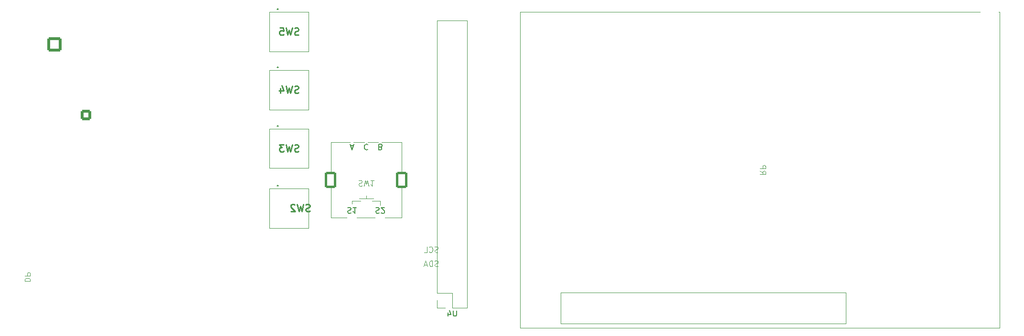
<source format=gbr>
%TF.GenerationSoftware,KiCad,Pcbnew,9.0.6*%
%TF.CreationDate,2025-11-10T19:23:00+01:00*%
%TF.ProjectId,BGA_Steuerung_4layer,4247415f-5374-4657-9565-72756e675f34,rev?*%
%TF.SameCoordinates,Original*%
%TF.FileFunction,Legend,Bot*%
%TF.FilePolarity,Positive*%
%FSLAX46Y46*%
G04 Gerber Fmt 4.6, Leading zero omitted, Abs format (unit mm)*
G04 Created by KiCad (PCBNEW 9.0.6) date 2025-11-10 19:23:00*
%MOMM*%
%LPD*%
G01*
G04 APERTURE LIST*
G04 Aperture macros list*
%AMRoundRect*
0 Rectangle with rounded corners*
0 $1 Rounding radius*
0 $2 $3 $4 $5 $6 $7 $8 $9 X,Y pos of 4 corners*
0 Add a 4 corners polygon primitive as box body*
4,1,4,$2,$3,$4,$5,$6,$7,$8,$9,$2,$3,0*
0 Add four circle primitives for the rounded corners*
1,1,$1+$1,$2,$3*
1,1,$1+$1,$4,$5*
1,1,$1+$1,$6,$7*
1,1,$1+$1,$8,$9*
0 Add four rect primitives between the rounded corners*
20,1,$1+$1,$2,$3,$4,$5,0*
20,1,$1+$1,$4,$5,$6,$7,0*
20,1,$1+$1,$6,$7,$8,$9,0*
20,1,$1+$1,$8,$9,$2,$3,0*%
G04 Aperture macros list end*
%ADD10C,0.125000*%
%ADD11C,0.254000*%
%ADD12C,0.100000*%
%ADD13C,0.150000*%
%ADD14C,0.200000*%
%ADD15C,0.120000*%
%ADD16C,1.500000*%
%ADD17R,1.500000X1.500000*%
%ADD18RoundRect,0.250000X-0.550000X-0.550000X0.550000X-0.550000X0.550000X0.550000X-0.550000X0.550000X0*%
%ADD19C,1.600000*%
%ADD20C,4.300000*%
%ADD21R,0.850000X0.850000*%
%ADD22RoundRect,0.250000X0.650000X-0.650000X0.650000X0.650000X-0.650000X0.650000X-0.650000X-0.650000X0*%
%ADD23C,1.800000*%
%ADD24RoundRect,0.650000X0.650000X-0.650000X0.650000X0.650000X-0.650000X0.650000X-0.650000X-0.650000X0*%
%ADD25C,2.600000*%
%ADD26RoundRect,0.250000X-0.550000X0.550000X-0.550000X-0.550000X0.550000X-0.550000X0.550000X0.550000X0*%
%ADD27R,1.800000X1.800000*%
%ADD28C,4.000000*%
%ADD29C,1.498600*%
%ADD30C,3.600000*%
%ADD31RoundRect,0.250000X0.550000X-0.550000X0.550000X0.550000X-0.550000X0.550000X-0.550000X-0.550000X0*%
%ADD32RoundRect,0.250000X0.650000X0.650000X-0.650000X0.650000X-0.650000X-0.650000X0.650000X-0.650000X0*%
%ADD33RoundRect,0.250000X1.000000X1.000000X-1.000000X1.000000X-1.000000X-1.000000X1.000000X-1.000000X0*%
%ADD34C,2.500000*%
%ADD35R,1.700000X1.700000*%
%ADD36C,1.700000*%
%ADD37C,1.300000*%
%ADD38RoundRect,0.200000X-0.800000X-1.250000X0.800000X-1.250000X0.800000X1.250000X-0.800000X1.250000X0*%
%ADD39C,6.000000*%
%ADD40C,8.000000*%
G04 APERTURE END LIST*
D10*
X166227287Y-126068500D02*
X166084430Y-126116119D01*
X166084430Y-126116119D02*
X165846335Y-126116119D01*
X165846335Y-126116119D02*
X165751097Y-126068500D01*
X165751097Y-126068500D02*
X165703478Y-126020880D01*
X165703478Y-126020880D02*
X165655859Y-125925642D01*
X165655859Y-125925642D02*
X165655859Y-125830404D01*
X165655859Y-125830404D02*
X165703478Y-125735166D01*
X165703478Y-125735166D02*
X165751097Y-125687547D01*
X165751097Y-125687547D02*
X165846335Y-125639928D01*
X165846335Y-125639928D02*
X166036811Y-125592309D01*
X166036811Y-125592309D02*
X166132049Y-125544690D01*
X166132049Y-125544690D02*
X166179668Y-125497071D01*
X166179668Y-125497071D02*
X166227287Y-125401833D01*
X166227287Y-125401833D02*
X166227287Y-125306595D01*
X166227287Y-125306595D02*
X166179668Y-125211357D01*
X166179668Y-125211357D02*
X166132049Y-125163738D01*
X166132049Y-125163738D02*
X166036811Y-125116119D01*
X166036811Y-125116119D02*
X165798716Y-125116119D01*
X165798716Y-125116119D02*
X165655859Y-125163738D01*
X164655859Y-126020880D02*
X164703478Y-126068500D01*
X164703478Y-126068500D02*
X164846335Y-126116119D01*
X164846335Y-126116119D02*
X164941573Y-126116119D01*
X164941573Y-126116119D02*
X165084430Y-126068500D01*
X165084430Y-126068500D02*
X165179668Y-125973261D01*
X165179668Y-125973261D02*
X165227287Y-125878023D01*
X165227287Y-125878023D02*
X165274906Y-125687547D01*
X165274906Y-125687547D02*
X165274906Y-125544690D01*
X165274906Y-125544690D02*
X165227287Y-125354214D01*
X165227287Y-125354214D02*
X165179668Y-125258976D01*
X165179668Y-125258976D02*
X165084430Y-125163738D01*
X165084430Y-125163738D02*
X164941573Y-125116119D01*
X164941573Y-125116119D02*
X164846335Y-125116119D01*
X164846335Y-125116119D02*
X164703478Y-125163738D01*
X164703478Y-125163738D02*
X164655859Y-125211357D01*
X163751097Y-126116119D02*
X164227287Y-126116119D01*
X164227287Y-126116119D02*
X164227287Y-125116119D01*
X166227287Y-128568500D02*
X166084430Y-128616119D01*
X166084430Y-128616119D02*
X165846335Y-128616119D01*
X165846335Y-128616119D02*
X165751097Y-128568500D01*
X165751097Y-128568500D02*
X165703478Y-128520880D01*
X165703478Y-128520880D02*
X165655859Y-128425642D01*
X165655859Y-128425642D02*
X165655859Y-128330404D01*
X165655859Y-128330404D02*
X165703478Y-128235166D01*
X165703478Y-128235166D02*
X165751097Y-128187547D01*
X165751097Y-128187547D02*
X165846335Y-128139928D01*
X165846335Y-128139928D02*
X166036811Y-128092309D01*
X166036811Y-128092309D02*
X166132049Y-128044690D01*
X166132049Y-128044690D02*
X166179668Y-127997071D01*
X166179668Y-127997071D02*
X166227287Y-127901833D01*
X166227287Y-127901833D02*
X166227287Y-127806595D01*
X166227287Y-127806595D02*
X166179668Y-127711357D01*
X166179668Y-127711357D02*
X166132049Y-127663738D01*
X166132049Y-127663738D02*
X166036811Y-127616119D01*
X166036811Y-127616119D02*
X165798716Y-127616119D01*
X165798716Y-127616119D02*
X165655859Y-127663738D01*
X165227287Y-128616119D02*
X165227287Y-127616119D01*
X165227287Y-127616119D02*
X164989192Y-127616119D01*
X164989192Y-127616119D02*
X164846335Y-127663738D01*
X164846335Y-127663738D02*
X164751097Y-127758976D01*
X164751097Y-127758976D02*
X164703478Y-127854214D01*
X164703478Y-127854214D02*
X164655859Y-128044690D01*
X164655859Y-128044690D02*
X164655859Y-128187547D01*
X164655859Y-128187547D02*
X164703478Y-128378023D01*
X164703478Y-128378023D02*
X164751097Y-128473261D01*
X164751097Y-128473261D02*
X164846335Y-128568500D01*
X164846335Y-128568500D02*
X164989192Y-128616119D01*
X164989192Y-128616119D02*
X165227287Y-128616119D01*
X164274906Y-128330404D02*
X163798716Y-128330404D01*
X164370144Y-128616119D02*
X164036811Y-127616119D01*
X164036811Y-127616119D02*
X163703478Y-128616119D01*
D11*
X141493333Y-87513842D02*
X141311904Y-87574318D01*
X141311904Y-87574318D02*
X141009523Y-87574318D01*
X141009523Y-87574318D02*
X140888571Y-87513842D01*
X140888571Y-87513842D02*
X140828095Y-87453365D01*
X140828095Y-87453365D02*
X140767618Y-87332413D01*
X140767618Y-87332413D02*
X140767618Y-87211461D01*
X140767618Y-87211461D02*
X140828095Y-87090508D01*
X140828095Y-87090508D02*
X140888571Y-87030032D01*
X140888571Y-87030032D02*
X141009523Y-86969556D01*
X141009523Y-86969556D02*
X141251428Y-86909080D01*
X141251428Y-86909080D02*
X141372380Y-86848603D01*
X141372380Y-86848603D02*
X141432857Y-86788127D01*
X141432857Y-86788127D02*
X141493333Y-86667175D01*
X141493333Y-86667175D02*
X141493333Y-86546222D01*
X141493333Y-86546222D02*
X141432857Y-86425270D01*
X141432857Y-86425270D02*
X141372380Y-86364794D01*
X141372380Y-86364794D02*
X141251428Y-86304318D01*
X141251428Y-86304318D02*
X140949047Y-86304318D01*
X140949047Y-86304318D02*
X140767618Y-86364794D01*
X140344285Y-86304318D02*
X140041904Y-87574318D01*
X140041904Y-87574318D02*
X139799999Y-86667175D01*
X139799999Y-86667175D02*
X139558094Y-87574318D01*
X139558094Y-87574318D02*
X139255714Y-86304318D01*
X138167142Y-86304318D02*
X138771904Y-86304318D01*
X138771904Y-86304318D02*
X138832380Y-86909080D01*
X138832380Y-86909080D02*
X138771904Y-86848603D01*
X138771904Y-86848603D02*
X138650951Y-86788127D01*
X138650951Y-86788127D02*
X138348570Y-86788127D01*
X138348570Y-86788127D02*
X138227618Y-86848603D01*
X138227618Y-86848603D02*
X138167142Y-86909080D01*
X138167142Y-86909080D02*
X138106665Y-87030032D01*
X138106665Y-87030032D02*
X138106665Y-87332413D01*
X138106665Y-87332413D02*
X138167142Y-87453365D01*
X138167142Y-87453365D02*
X138227618Y-87513842D01*
X138227618Y-87513842D02*
X138348570Y-87574318D01*
X138348570Y-87574318D02*
X138650951Y-87574318D01*
X138650951Y-87574318D02*
X138771904Y-87513842D01*
X138771904Y-87513842D02*
X138832380Y-87453365D01*
X143493333Y-118813842D02*
X143311904Y-118874318D01*
X143311904Y-118874318D02*
X143009523Y-118874318D01*
X143009523Y-118874318D02*
X142888571Y-118813842D01*
X142888571Y-118813842D02*
X142828095Y-118753365D01*
X142828095Y-118753365D02*
X142767618Y-118632413D01*
X142767618Y-118632413D02*
X142767618Y-118511461D01*
X142767618Y-118511461D02*
X142828095Y-118390508D01*
X142828095Y-118390508D02*
X142888571Y-118330032D01*
X142888571Y-118330032D02*
X143009523Y-118269556D01*
X143009523Y-118269556D02*
X143251428Y-118209080D01*
X143251428Y-118209080D02*
X143372380Y-118148603D01*
X143372380Y-118148603D02*
X143432857Y-118088127D01*
X143432857Y-118088127D02*
X143493333Y-117967175D01*
X143493333Y-117967175D02*
X143493333Y-117846222D01*
X143493333Y-117846222D02*
X143432857Y-117725270D01*
X143432857Y-117725270D02*
X143372380Y-117664794D01*
X143372380Y-117664794D02*
X143251428Y-117604318D01*
X143251428Y-117604318D02*
X142949047Y-117604318D01*
X142949047Y-117604318D02*
X142767618Y-117664794D01*
X142344285Y-117604318D02*
X142041904Y-118874318D01*
X142041904Y-118874318D02*
X141799999Y-117967175D01*
X141799999Y-117967175D02*
X141558094Y-118874318D01*
X141558094Y-118874318D02*
X141255714Y-117604318D01*
X140832380Y-117725270D02*
X140771904Y-117664794D01*
X140771904Y-117664794D02*
X140650951Y-117604318D01*
X140650951Y-117604318D02*
X140348570Y-117604318D01*
X140348570Y-117604318D02*
X140227618Y-117664794D01*
X140227618Y-117664794D02*
X140167142Y-117725270D01*
X140167142Y-117725270D02*
X140106665Y-117846222D01*
X140106665Y-117846222D02*
X140106665Y-117967175D01*
X140106665Y-117967175D02*
X140167142Y-118148603D01*
X140167142Y-118148603D02*
X140892856Y-118874318D01*
X140892856Y-118874318D02*
X140106665Y-118874318D01*
X141493333Y-108213842D02*
X141311904Y-108274318D01*
X141311904Y-108274318D02*
X141009523Y-108274318D01*
X141009523Y-108274318D02*
X140888571Y-108213842D01*
X140888571Y-108213842D02*
X140828095Y-108153365D01*
X140828095Y-108153365D02*
X140767618Y-108032413D01*
X140767618Y-108032413D02*
X140767618Y-107911461D01*
X140767618Y-107911461D02*
X140828095Y-107790508D01*
X140828095Y-107790508D02*
X140888571Y-107730032D01*
X140888571Y-107730032D02*
X141009523Y-107669556D01*
X141009523Y-107669556D02*
X141251428Y-107609080D01*
X141251428Y-107609080D02*
X141372380Y-107548603D01*
X141372380Y-107548603D02*
X141432857Y-107488127D01*
X141432857Y-107488127D02*
X141493333Y-107367175D01*
X141493333Y-107367175D02*
X141493333Y-107246222D01*
X141493333Y-107246222D02*
X141432857Y-107125270D01*
X141432857Y-107125270D02*
X141372380Y-107064794D01*
X141372380Y-107064794D02*
X141251428Y-107004318D01*
X141251428Y-107004318D02*
X140949047Y-107004318D01*
X140949047Y-107004318D02*
X140767618Y-107064794D01*
X140344285Y-107004318D02*
X140041904Y-108274318D01*
X140041904Y-108274318D02*
X139799999Y-107367175D01*
X139799999Y-107367175D02*
X139558094Y-108274318D01*
X139558094Y-108274318D02*
X139255714Y-107004318D01*
X138892856Y-107004318D02*
X138106665Y-107004318D01*
X138106665Y-107004318D02*
X138529999Y-107488127D01*
X138529999Y-107488127D02*
X138348570Y-107488127D01*
X138348570Y-107488127D02*
X138227618Y-107548603D01*
X138227618Y-107548603D02*
X138167142Y-107609080D01*
X138167142Y-107609080D02*
X138106665Y-107730032D01*
X138106665Y-107730032D02*
X138106665Y-108032413D01*
X138106665Y-108032413D02*
X138167142Y-108153365D01*
X138167142Y-108153365D02*
X138227618Y-108213842D01*
X138227618Y-108213842D02*
X138348570Y-108274318D01*
X138348570Y-108274318D02*
X138711427Y-108274318D01*
X138711427Y-108274318D02*
X138832380Y-108213842D01*
X138832380Y-108213842D02*
X138892856Y-108153365D01*
X141493333Y-97813842D02*
X141311904Y-97874318D01*
X141311904Y-97874318D02*
X141009523Y-97874318D01*
X141009523Y-97874318D02*
X140888571Y-97813842D01*
X140888571Y-97813842D02*
X140828095Y-97753365D01*
X140828095Y-97753365D02*
X140767618Y-97632413D01*
X140767618Y-97632413D02*
X140767618Y-97511461D01*
X140767618Y-97511461D02*
X140828095Y-97390508D01*
X140828095Y-97390508D02*
X140888571Y-97330032D01*
X140888571Y-97330032D02*
X141009523Y-97269556D01*
X141009523Y-97269556D02*
X141251428Y-97209080D01*
X141251428Y-97209080D02*
X141372380Y-97148603D01*
X141372380Y-97148603D02*
X141432857Y-97088127D01*
X141432857Y-97088127D02*
X141493333Y-96967175D01*
X141493333Y-96967175D02*
X141493333Y-96846222D01*
X141493333Y-96846222D02*
X141432857Y-96725270D01*
X141432857Y-96725270D02*
X141372380Y-96664794D01*
X141372380Y-96664794D02*
X141251428Y-96604318D01*
X141251428Y-96604318D02*
X140949047Y-96604318D01*
X140949047Y-96604318D02*
X140767618Y-96664794D01*
X140344285Y-96604318D02*
X140041904Y-97874318D01*
X140041904Y-97874318D02*
X139799999Y-96967175D01*
X139799999Y-96967175D02*
X139558094Y-97874318D01*
X139558094Y-97874318D02*
X139255714Y-96604318D01*
X138227618Y-97027651D02*
X138227618Y-97874318D01*
X138529999Y-96543842D02*
X138832380Y-97450984D01*
X138832380Y-97450984D02*
X138046189Y-97450984D01*
D12*
X152166667Y-113390200D02*
X152309524Y-113342580D01*
X152309524Y-113342580D02*
X152547619Y-113342580D01*
X152547619Y-113342580D02*
X152642857Y-113390200D01*
X152642857Y-113390200D02*
X152690476Y-113437819D01*
X152690476Y-113437819D02*
X152738095Y-113533057D01*
X152738095Y-113533057D02*
X152738095Y-113628295D01*
X152738095Y-113628295D02*
X152690476Y-113723533D01*
X152690476Y-113723533D02*
X152642857Y-113771152D01*
X152642857Y-113771152D02*
X152547619Y-113818771D01*
X152547619Y-113818771D02*
X152357143Y-113866390D01*
X152357143Y-113866390D02*
X152261905Y-113914009D01*
X152261905Y-113914009D02*
X152214286Y-113961628D01*
X152214286Y-113961628D02*
X152166667Y-114056866D01*
X152166667Y-114056866D02*
X152166667Y-114152104D01*
X152166667Y-114152104D02*
X152214286Y-114247342D01*
X152214286Y-114247342D02*
X152261905Y-114294961D01*
X152261905Y-114294961D02*
X152357143Y-114342580D01*
X152357143Y-114342580D02*
X152595238Y-114342580D01*
X152595238Y-114342580D02*
X152738095Y-114294961D01*
X153071429Y-114342580D02*
X153309524Y-113342580D01*
X153309524Y-113342580D02*
X153500000Y-114056866D01*
X153500000Y-114056866D02*
X153690476Y-113342580D01*
X153690476Y-113342580D02*
X153928572Y-114342580D01*
X154833333Y-113342580D02*
X154261905Y-113342580D01*
X154547619Y-113342580D02*
X154547619Y-114342580D01*
X154547619Y-114342580D02*
X154452381Y-114199723D01*
X154452381Y-114199723D02*
X154357143Y-114104485D01*
X154357143Y-114104485D02*
X154261905Y-114056866D01*
D13*
X153783207Y-107025419D02*
X153735588Y-106977800D01*
X153735588Y-106977800D02*
X153592731Y-106930180D01*
X153592731Y-106930180D02*
X153497493Y-106930180D01*
X153497493Y-106930180D02*
X153354636Y-106977800D01*
X153354636Y-106977800D02*
X153259398Y-107073038D01*
X153259398Y-107073038D02*
X153211779Y-107168276D01*
X153211779Y-107168276D02*
X153164160Y-107358752D01*
X153164160Y-107358752D02*
X153164160Y-107501609D01*
X153164160Y-107501609D02*
X153211779Y-107692085D01*
X153211779Y-107692085D02*
X153259398Y-107787323D01*
X153259398Y-107787323D02*
X153354636Y-107882561D01*
X153354636Y-107882561D02*
X153497493Y-107930180D01*
X153497493Y-107930180D02*
X153592731Y-107930180D01*
X153592731Y-107930180D02*
X153735588Y-107882561D01*
X153735588Y-107882561D02*
X153783207Y-107834942D01*
X156045112Y-107453990D02*
X156187969Y-107406371D01*
X156187969Y-107406371D02*
X156235588Y-107358752D01*
X156235588Y-107358752D02*
X156283207Y-107263514D01*
X156283207Y-107263514D02*
X156283207Y-107120657D01*
X156283207Y-107120657D02*
X156235588Y-107025419D01*
X156235588Y-107025419D02*
X156187969Y-106977800D01*
X156187969Y-106977800D02*
X156092731Y-106930180D01*
X156092731Y-106930180D02*
X155711779Y-106930180D01*
X155711779Y-106930180D02*
X155711779Y-107930180D01*
X155711779Y-107930180D02*
X156045112Y-107930180D01*
X156045112Y-107930180D02*
X156140350Y-107882561D01*
X156140350Y-107882561D02*
X156187969Y-107834942D01*
X156187969Y-107834942D02*
X156235588Y-107739704D01*
X156235588Y-107739704D02*
X156235588Y-107644466D01*
X156235588Y-107644466D02*
X156187969Y-107549228D01*
X156187969Y-107549228D02*
X156140350Y-107501609D01*
X156140350Y-107501609D02*
X156045112Y-107453990D01*
X156045112Y-107453990D02*
X155711779Y-107453990D01*
X155211779Y-118227800D02*
X155354636Y-118180180D01*
X155354636Y-118180180D02*
X155592731Y-118180180D01*
X155592731Y-118180180D02*
X155687969Y-118227800D01*
X155687969Y-118227800D02*
X155735588Y-118275419D01*
X155735588Y-118275419D02*
X155783207Y-118370657D01*
X155783207Y-118370657D02*
X155783207Y-118465895D01*
X155783207Y-118465895D02*
X155735588Y-118561133D01*
X155735588Y-118561133D02*
X155687969Y-118608752D01*
X155687969Y-118608752D02*
X155592731Y-118656371D01*
X155592731Y-118656371D02*
X155402255Y-118703990D01*
X155402255Y-118703990D02*
X155307017Y-118751609D01*
X155307017Y-118751609D02*
X155259398Y-118799228D01*
X155259398Y-118799228D02*
X155211779Y-118894466D01*
X155211779Y-118894466D02*
X155211779Y-118989704D01*
X155211779Y-118989704D02*
X155259398Y-119084942D01*
X155259398Y-119084942D02*
X155307017Y-119132561D01*
X155307017Y-119132561D02*
X155402255Y-119180180D01*
X155402255Y-119180180D02*
X155640350Y-119180180D01*
X155640350Y-119180180D02*
X155783207Y-119132561D01*
X156164160Y-119084942D02*
X156211779Y-119132561D01*
X156211779Y-119132561D02*
X156307017Y-119180180D01*
X156307017Y-119180180D02*
X156545112Y-119180180D01*
X156545112Y-119180180D02*
X156640350Y-119132561D01*
X156640350Y-119132561D02*
X156687969Y-119084942D01*
X156687969Y-119084942D02*
X156735588Y-118989704D01*
X156735588Y-118989704D02*
X156735588Y-118894466D01*
X156735588Y-118894466D02*
X156687969Y-118751609D01*
X156687969Y-118751609D02*
X156116541Y-118180180D01*
X156116541Y-118180180D02*
X156735588Y-118180180D01*
X150211779Y-118227800D02*
X150354636Y-118180180D01*
X150354636Y-118180180D02*
X150592731Y-118180180D01*
X150592731Y-118180180D02*
X150687969Y-118227800D01*
X150687969Y-118227800D02*
X150735588Y-118275419D01*
X150735588Y-118275419D02*
X150783207Y-118370657D01*
X150783207Y-118370657D02*
X150783207Y-118465895D01*
X150783207Y-118465895D02*
X150735588Y-118561133D01*
X150735588Y-118561133D02*
X150687969Y-118608752D01*
X150687969Y-118608752D02*
X150592731Y-118656371D01*
X150592731Y-118656371D02*
X150402255Y-118703990D01*
X150402255Y-118703990D02*
X150307017Y-118751609D01*
X150307017Y-118751609D02*
X150259398Y-118799228D01*
X150259398Y-118799228D02*
X150211779Y-118894466D01*
X150211779Y-118894466D02*
X150211779Y-118989704D01*
X150211779Y-118989704D02*
X150259398Y-119084942D01*
X150259398Y-119084942D02*
X150307017Y-119132561D01*
X150307017Y-119132561D02*
X150402255Y-119180180D01*
X150402255Y-119180180D02*
X150640350Y-119180180D01*
X150640350Y-119180180D02*
X150783207Y-119132561D01*
X151735588Y-118180180D02*
X151164160Y-118180180D01*
X151449874Y-118180180D02*
X151449874Y-119180180D01*
X151449874Y-119180180D02*
X151354636Y-119037323D01*
X151354636Y-119037323D02*
X151259398Y-118942085D01*
X151259398Y-118942085D02*
X151164160Y-118894466D01*
X150735589Y-107215895D02*
X151211779Y-107215895D01*
X150640351Y-106930180D02*
X150973684Y-107930180D01*
X150973684Y-107930180D02*
X151307017Y-106930180D01*
D12*
X223292580Y-111690476D02*
X223768771Y-112023809D01*
X223292580Y-112261904D02*
X224292580Y-112261904D01*
X224292580Y-112261904D02*
X224292580Y-111880952D01*
X224292580Y-111880952D02*
X224244961Y-111785714D01*
X224244961Y-111785714D02*
X224197342Y-111738095D01*
X224197342Y-111738095D02*
X224102104Y-111690476D01*
X224102104Y-111690476D02*
X223959247Y-111690476D01*
X223959247Y-111690476D02*
X223864009Y-111738095D01*
X223864009Y-111738095D02*
X223816390Y-111785714D01*
X223816390Y-111785714D02*
X223768771Y-111880952D01*
X223768771Y-111880952D02*
X223768771Y-112261904D01*
X223292580Y-111261904D02*
X224292580Y-111261904D01*
X224292580Y-111261904D02*
X224292580Y-110880952D01*
X224292580Y-110880952D02*
X224244961Y-110785714D01*
X224244961Y-110785714D02*
X224197342Y-110738095D01*
X224197342Y-110738095D02*
X224102104Y-110690476D01*
X224102104Y-110690476D02*
X223959247Y-110690476D01*
X223959247Y-110690476D02*
X223864009Y-110738095D01*
X223864009Y-110738095D02*
X223816390Y-110785714D01*
X223816390Y-110785714D02*
X223768771Y-110880952D01*
X223768771Y-110880952D02*
X223768771Y-111261904D01*
D13*
X169491904Y-136454819D02*
X169491904Y-137264342D01*
X169491904Y-137264342D02*
X169444285Y-137359580D01*
X169444285Y-137359580D02*
X169396666Y-137407200D01*
X169396666Y-137407200D02*
X169301428Y-137454819D01*
X169301428Y-137454819D02*
X169110952Y-137454819D01*
X169110952Y-137454819D02*
X169015714Y-137407200D01*
X169015714Y-137407200D02*
X168968095Y-137359580D01*
X168968095Y-137359580D02*
X168920476Y-137264342D01*
X168920476Y-137264342D02*
X168920476Y-136454819D01*
X168015714Y-136788152D02*
X168015714Y-137454819D01*
X168253809Y-136407200D02*
X168491904Y-137121485D01*
X168491904Y-137121485D02*
X167872857Y-137121485D01*
D12*
X92942580Y-131261904D02*
X93942580Y-131261904D01*
X93942580Y-131261904D02*
X93942580Y-131023809D01*
X93942580Y-131023809D02*
X93894961Y-130880952D01*
X93894961Y-130880952D02*
X93799723Y-130785714D01*
X93799723Y-130785714D02*
X93704485Y-130738095D01*
X93704485Y-130738095D02*
X93514009Y-130690476D01*
X93514009Y-130690476D02*
X93371152Y-130690476D01*
X93371152Y-130690476D02*
X93180676Y-130738095D01*
X93180676Y-130738095D02*
X93085438Y-130785714D01*
X93085438Y-130785714D02*
X92990200Y-130880952D01*
X92990200Y-130880952D02*
X92942580Y-131023809D01*
X92942580Y-131023809D02*
X92942580Y-131261904D01*
X92942580Y-130261904D02*
X93942580Y-130261904D01*
X93942580Y-130261904D02*
X93942580Y-129880952D01*
X93942580Y-129880952D02*
X93894961Y-129785714D01*
X93894961Y-129785714D02*
X93847342Y-129738095D01*
X93847342Y-129738095D02*
X93752104Y-129690476D01*
X93752104Y-129690476D02*
X93609247Y-129690476D01*
X93609247Y-129690476D02*
X93514009Y-129738095D01*
X93514009Y-129738095D02*
X93466390Y-129785714D01*
X93466390Y-129785714D02*
X93418771Y-129880952D01*
X93418771Y-129880952D02*
X93418771Y-130261904D01*
%TO.C,SW5*%
X136300000Y-83500000D02*
X136300000Y-90500000D01*
X136300000Y-90500000D02*
X143300000Y-90500000D01*
D14*
X137700000Y-83000000D02*
X137700000Y-83000000D01*
X137900000Y-83000000D02*
X137900000Y-83000000D01*
D12*
X143300000Y-83500000D02*
X136300000Y-83500000D01*
X143300000Y-90500000D02*
X143300000Y-83500000D01*
D14*
X137700000Y-83000000D02*
G75*
G02*
X137900000Y-83000000I100000J0D01*
G01*
X137900000Y-83000000D02*
G75*
G02*
X137700000Y-83000000I-100000J0D01*
G01*
D12*
%TO.C,SW2*%
X136300000Y-114800000D02*
X136300000Y-121800000D01*
X136300000Y-121800000D02*
X143300000Y-121800000D01*
D14*
X137700000Y-114300000D02*
X137700000Y-114300000D01*
X137900000Y-114300000D02*
X137900000Y-114300000D01*
D12*
X143300000Y-114800000D02*
X136300000Y-114800000D01*
X143300000Y-121800000D02*
X143300000Y-114800000D01*
D14*
X137700000Y-114300000D02*
G75*
G02*
X137900000Y-114300000I100000J0D01*
G01*
X137900000Y-114300000D02*
G75*
G02*
X137700000Y-114300000I-100000J0D01*
G01*
D12*
%TO.C,SW3*%
X136300000Y-104200000D02*
X136300000Y-111200000D01*
X136300000Y-111200000D02*
X143300000Y-111200000D01*
D14*
X137700000Y-103700000D02*
X137700000Y-103700000D01*
X137900000Y-103700000D02*
X137900000Y-103700000D01*
D12*
X143300000Y-104200000D02*
X136300000Y-104200000D01*
X143300000Y-111200000D02*
X143300000Y-104200000D01*
D14*
X137700000Y-103700000D02*
G75*
G02*
X137900000Y-103700000I100000J0D01*
G01*
X137900000Y-103700000D02*
G75*
G02*
X137700000Y-103700000I-100000J0D01*
G01*
D12*
%TO.C,SW4*%
X136300000Y-93800000D02*
X136300000Y-100800000D01*
X136300000Y-100800000D02*
X143300000Y-100800000D01*
D14*
X137700000Y-93300000D02*
X137700000Y-93300000D01*
X137900000Y-93300000D02*
X137900000Y-93300000D01*
D12*
X143300000Y-93800000D02*
X136300000Y-93800000D01*
X143300000Y-100800000D02*
X143300000Y-93800000D01*
D14*
X137700000Y-93300000D02*
G75*
G02*
X137900000Y-93300000I100000J0D01*
G01*
X137900000Y-93300000D02*
G75*
G02*
X137700000Y-93300000I-100000J0D01*
G01*
D12*
%TO.C,SW1*%
X151000000Y-117050000D02*
X152500000Y-117050000D01*
X151000000Y-117550000D02*
X151000000Y-117050000D01*
X152250000Y-116550000D02*
X154750000Y-116550000D01*
X153500000Y-116550000D02*
X153500000Y-116050000D01*
X154500000Y-117050000D02*
X156000000Y-117050000D01*
X156000000Y-117050000D02*
X156000000Y-117800000D01*
X147250000Y-120000000D02*
X159750000Y-120000000D01*
X159750000Y-106600000D01*
X147250000Y-106600000D01*
X147250000Y-120000000D01*
%TO.C,RP*%
X238500000Y-138750000D02*
X188000000Y-138750000D01*
X188000000Y-133250000D01*
X238500000Y-133250000D01*
X238500000Y-138750000D01*
X265750000Y-139500000D02*
X180750000Y-139500000D01*
X180750000Y-83500000D01*
X265750000Y-83500000D01*
X265750000Y-139500000D01*
D15*
%TO.C,U4*%
X166080000Y-84980000D02*
X171380000Y-84980000D01*
X166080000Y-133350000D02*
X166080000Y-84980000D01*
X166080000Y-133350000D02*
X168730000Y-133350000D01*
X166080000Y-134620000D02*
X166080000Y-136000000D01*
X166080000Y-136000000D02*
X167460000Y-136000000D01*
X168730000Y-133350000D02*
X168730000Y-136000000D01*
X168730000Y-136000000D02*
X171380000Y-136000000D01*
X171380000Y-136000000D02*
X171380000Y-84980000D01*
%TD*%
%LPC*%
D16*
%TO.C,J5*%
X58250000Y-260500000D03*
X60750000Y-265500000D03*
X63250000Y-260500000D03*
X65750000Y-265500000D03*
X68250000Y-260500000D03*
X70750000Y-265500000D03*
X73250000Y-260500000D03*
X75750000Y-265500000D03*
X78250000Y-260500000D03*
X80750000Y-265500000D03*
X83250000Y-260500000D03*
X85750000Y-265500000D03*
X88250000Y-260500000D03*
X90750000Y-265500000D03*
X93250000Y-260500000D03*
X95750000Y-265500000D03*
X98250000Y-260500000D03*
X100750000Y-265500000D03*
X103250000Y-260500000D03*
X105750000Y-265500000D03*
X108250000Y-260500000D03*
X110750000Y-265500000D03*
X113250000Y-260500000D03*
X115750000Y-265500000D03*
%TD*%
%TO.C,Q5*%
X140125000Y-167100557D03*
X140125000Y-164560557D03*
D17*
X140125000Y-162020557D03*
%TD*%
D16*
%TO.C,Q2*%
X191790714Y-166927744D03*
X191790714Y-164387744D03*
D17*
X191790714Y-161847744D03*
%TD*%
D16*
%TO.C,Q13*%
X217130000Y-225500000D03*
X217130000Y-222960000D03*
D17*
X217130000Y-220420000D03*
%TD*%
D18*
%TO.C,U28*%
X71945000Y-249710000D03*
D19*
X71945000Y-252250000D03*
X71945000Y-254790000D03*
X79565000Y-254790000D03*
X79565000Y-252250000D03*
X79565000Y-249710000D03*
%TD*%
D20*
%TO.C,REF\u002A\u002A*%
X38000000Y-274000000D03*
%TD*%
D16*
%TO.C,Q14*%
X191870000Y-225646837D03*
X191870000Y-223106837D03*
D17*
X191870000Y-220566837D03*
%TD*%
D21*
%TO.C,J20*%
X155000000Y-211100000D03*
%TD*%
D22*
%TO.C,D2*%
X80750000Y-134000000D03*
D23*
X80750000Y-121300000D03*
%TD*%
D24*
%TO.C,REF\u002A\u002A*%
X243400000Y-248000000D03*
D25*
X243400000Y-242920000D03*
%TD*%
D18*
%TO.C,U8*%
X211445000Y-249960000D03*
D19*
X211445000Y-252500000D03*
X211445000Y-255040000D03*
X219065000Y-255040000D03*
X219065000Y-252500000D03*
X219065000Y-249960000D03*
%TD*%
D17*
%TO.C,J6*%
X256000000Y-211250000D03*
D16*
X256000000Y-208750000D03*
X256000000Y-206250000D03*
X256000000Y-203750000D03*
X256000000Y-201250000D03*
X256000000Y-198750000D03*
X256000000Y-196250000D03*
X256000000Y-193750000D03*
X256000000Y-191250000D03*
X256000000Y-188750000D03*
X256000000Y-186250000D03*
X256000000Y-183750000D03*
X256000000Y-181250000D03*
X256000000Y-178750000D03*
X256000000Y-176250000D03*
X256000000Y-173750000D03*
%TD*%
D26*
%TO.C,D44*%
X221630000Y-220400000D03*
D19*
X221630000Y-228020000D03*
%TD*%
D16*
%TO.C,Q11*%
X217130000Y-195986326D03*
X217130000Y-193446326D03*
D17*
X217130000Y-190906326D03*
%TD*%
D18*
%TO.C,U9*%
X232130000Y-238460000D03*
D19*
X232130000Y-241000000D03*
X232130000Y-243540000D03*
X239750000Y-243540000D03*
X239750000Y-241000000D03*
X239750000Y-238460000D03*
%TD*%
D18*
%TO.C,U25*%
X94445000Y-238460000D03*
D19*
X94445000Y-241000000D03*
X94445000Y-243540000D03*
X102065000Y-243540000D03*
X102065000Y-241000000D03*
X102065000Y-238460000D03*
%TD*%
D27*
%TO.C,J22*%
X102800000Y-217800000D03*
D23*
X97800000Y-217800000D03*
%TD*%
D28*
%TO.C,HS1*%
X118700000Y-107250000D03*
X93300000Y-107250000D03*
%TD*%
D21*
%TO.C,J19*%
X133220000Y-211100000D03*
%TD*%
D29*
%TO.C,K7*%
X157860000Y-178534441D03*
X155320000Y-178534441D03*
X147700000Y-178534441D03*
X147700000Y-183614441D03*
X155320000Y-183614441D03*
X157860000Y-183614441D03*
%TD*%
D16*
%TO.C,J15*%
X45200000Y-212470000D03*
X50200000Y-210000000D03*
%TD*%
%TO.C,Q15*%
X217130000Y-210743163D03*
X217130000Y-208203163D03*
D17*
X217130000Y-205663163D03*
%TD*%
D18*
%TO.C,U5*%
X170630000Y-209970000D03*
D19*
X170630000Y-212510000D03*
X170630000Y-215050000D03*
X170630000Y-217590000D03*
X170630000Y-220130000D03*
X170630000Y-222670000D03*
X170630000Y-225210000D03*
X170630000Y-227750000D03*
X178250000Y-227750000D03*
X178250000Y-225210000D03*
X178250000Y-222670000D03*
X178250000Y-220130000D03*
X178250000Y-217590000D03*
X178250000Y-215050000D03*
X178250000Y-212510000D03*
X178250000Y-209970000D03*
%TD*%
D18*
%TO.C,U11*%
X196445000Y-249960000D03*
D19*
X196445000Y-252500000D03*
X196445000Y-255040000D03*
X204065000Y-255040000D03*
X204065000Y-252500000D03*
X204065000Y-249960000D03*
%TD*%
D16*
%TO.C,J14*%
X45200000Y-223470000D03*
X50200000Y-221000000D03*
%TD*%
D26*
%TO.C,D36*%
X144625000Y-161960557D03*
D19*
X144625000Y-169580557D03*
%TD*%
D27*
%TO.C,U3*%
X102350000Y-116200000D03*
D23*
X104050000Y-112500000D03*
X105750000Y-116200000D03*
X107450000Y-112500000D03*
X109150000Y-116200000D03*
%TD*%
D30*
%TO.C,REF\u002A\u002A*%
X83000000Y-220900000D03*
%TD*%
D26*
%TO.C,D35*%
X170375000Y-147727581D03*
D19*
X170375000Y-155347581D03*
%TD*%
D29*
%TO.C,K12*%
X209800000Y-193053999D03*
X207260000Y-193053999D03*
X199640000Y-193053999D03*
X199640000Y-198133999D03*
X207260000Y-198133999D03*
X209800000Y-198133999D03*
%TD*%
D21*
%TO.C,J21*%
X159600000Y-211100000D03*
%TD*%
D16*
%TO.C,J13*%
X45200000Y-234470000D03*
X50200000Y-232000000D03*
%TD*%
D18*
%TO.C,U19*%
X136695000Y-249710000D03*
D19*
X136695000Y-252250000D03*
X136695000Y-254790000D03*
X144315000Y-254790000D03*
X144315000Y-252250000D03*
X144315000Y-249710000D03*
%TD*%
D29*
%TO.C,K13*%
X235260000Y-207269813D03*
X232720000Y-207269813D03*
X225100000Y-207269813D03*
X225100000Y-212349813D03*
X232720000Y-212349813D03*
X235260000Y-212349813D03*
%TD*%
D16*
%TO.C,Q9*%
X217130000Y-181229489D03*
X217130000Y-178689489D03*
D17*
X217130000Y-176149489D03*
%TD*%
D26*
%TO.C,D40*%
X221630000Y-176129489D03*
D19*
X221630000Y-183749489D03*
%TD*%
D16*
%TO.C,J16*%
X45200000Y-201470000D03*
X50200000Y-199000000D03*
%TD*%
D29*
%TO.C,K2*%
X209760000Y-149681394D03*
X207220000Y-149681394D03*
X199600000Y-149681394D03*
X199600000Y-154761394D03*
X207220000Y-154761394D03*
X209760000Y-154761394D03*
%TD*%
D18*
%TO.C,U31*%
X109695000Y-209860000D03*
D19*
X109695000Y-212400000D03*
X109695000Y-214940000D03*
X109695000Y-217480000D03*
X109695000Y-220020000D03*
X109695000Y-222560000D03*
X109695000Y-225100000D03*
X109695000Y-227640000D03*
X117315000Y-227640000D03*
X117315000Y-225100000D03*
X117315000Y-222560000D03*
X117315000Y-220020000D03*
X117315000Y-217480000D03*
X117315000Y-214940000D03*
X117315000Y-212400000D03*
X117315000Y-209860000D03*
%TD*%
D21*
%TO.C,J18*%
X124400000Y-211100000D03*
%TD*%
D28*
%TO.C,HS2*%
X62950000Y-139000000D03*
X37550000Y-139000000D03*
%TD*%
D18*
%TO.C,U12*%
X188945000Y-238460000D03*
D19*
X188945000Y-241000000D03*
X188945000Y-243540000D03*
X196565000Y-243540000D03*
X196565000Y-241000000D03*
X196565000Y-238460000D03*
%TD*%
D31*
%TO.C,U33*%
X163860000Y-196805000D03*
D19*
X166400000Y-196805000D03*
X168940000Y-196805000D03*
X171480000Y-196805000D03*
X174020000Y-196805000D03*
X176560000Y-196805000D03*
X179100000Y-196805000D03*
X181640000Y-196805000D03*
X181640000Y-189185000D03*
X179100000Y-189185000D03*
X176560000Y-189185000D03*
X174020000Y-189185000D03*
X171480000Y-189185000D03*
X168940000Y-189185000D03*
X166400000Y-189185000D03*
X163860000Y-189185000D03*
%TD*%
D16*
%TO.C,Q4*%
X165875000Y-152907581D03*
X165875000Y-150367581D03*
D17*
X165875000Y-147827581D03*
%TD*%
D20*
%TO.C,REF\u002A\u002A*%
X264000000Y-274000000D03*
%TD*%
D26*
%TO.C,D33*%
X196400714Y-161827744D03*
D19*
X196400714Y-169447744D03*
%TD*%
D26*
%TO.C,D34*%
X144505000Y-147727581D03*
D19*
X144505000Y-155347581D03*
%TD*%
D29*
%TO.C,K10*%
X210000000Y-178297162D03*
X207460000Y-178297162D03*
X199840000Y-178297162D03*
X199840000Y-183377162D03*
X207460000Y-183377162D03*
X210000000Y-183377162D03*
%TD*%
%TO.C,K9*%
X235100000Y-177756139D03*
X232560000Y-177756139D03*
X224940000Y-177756139D03*
X224940000Y-182836139D03*
X232560000Y-182836139D03*
X235100000Y-182836139D03*
%TD*%
D26*
%TO.C,D37*%
X170375000Y-161960558D03*
D19*
X170375000Y-169580558D03*
%TD*%
D20*
%TO.C,REF\u002A\u002A*%
X38000000Y-82000000D03*
%TD*%
D26*
%TO.C,D46*%
X221630000Y-205643163D03*
D19*
X221630000Y-213263163D03*
%TD*%
D31*
%TO.C,U44*%
X80860000Y-201805000D03*
D19*
X83400000Y-201805000D03*
X85940000Y-201805000D03*
X88480000Y-201805000D03*
X91020000Y-201805000D03*
X93560000Y-201805000D03*
X96100000Y-201805000D03*
X98640000Y-201805000D03*
X98640000Y-194185000D03*
X96100000Y-194185000D03*
X93560000Y-194185000D03*
X91020000Y-194185000D03*
X88480000Y-194185000D03*
X85940000Y-194185000D03*
X83400000Y-194185000D03*
X80860000Y-194185000D03*
%TD*%
D18*
%TO.C,U6*%
X226565000Y-249960000D03*
D19*
X226565000Y-252500000D03*
X226565000Y-255040000D03*
X234185000Y-255040000D03*
X234185000Y-252500000D03*
X234185000Y-249960000D03*
%TD*%
D24*
%TO.C,REF\u002A\u002A*%
X71300000Y-178280000D03*
D25*
X71300000Y-173200000D03*
%TD*%
D22*
%TO.C,D3*%
X48000000Y-132950000D03*
D23*
X48000000Y-120250000D03*
%TD*%
D27*
%TO.C,U2*%
X79145807Y-147900000D03*
D23*
X80845807Y-144200000D03*
X82545807Y-147900000D03*
X84245807Y-144200000D03*
X85945807Y-147900000D03*
%TD*%
D24*
%TO.C,REF\u002A\u002A*%
X165500000Y-216180000D03*
D25*
X165500000Y-211100000D03*
%TD*%
D16*
%TO.C,Q12*%
X191894286Y-196527349D03*
X191894286Y-193987349D03*
D17*
X191894286Y-191447349D03*
%TD*%
D21*
%TO.C,J23*%
X96090000Y-211100000D03*
%TD*%
D26*
%TO.C,D43*%
X196394286Y-191427349D03*
D19*
X196394286Y-199047349D03*
%TD*%
D29*
%TO.C,K3*%
X158000000Y-149354231D03*
X155460000Y-149354231D03*
X147840000Y-149354231D03*
X147840000Y-154434231D03*
X155460000Y-154434231D03*
X158000000Y-154434231D03*
%TD*%
D18*
%TO.C,U18*%
X144195000Y-238460000D03*
D19*
X144195000Y-241000000D03*
X144195000Y-243540000D03*
X151815000Y-243540000D03*
X151815000Y-241000000D03*
X151815000Y-238460000D03*
%TD*%
D26*
%TO.C,D41*%
X196370000Y-176670512D03*
D19*
X196370000Y-184290512D03*
%TD*%
D16*
%TO.C,Q7*%
X139875000Y-182007791D03*
X139875000Y-179467791D03*
D17*
X139875000Y-176927791D03*
%TD*%
D31*
%TO.C,U34*%
X108880000Y-201805000D03*
D19*
X111420000Y-201805000D03*
X113960000Y-201805000D03*
X116500000Y-201805000D03*
X119040000Y-201805000D03*
X121580000Y-201805000D03*
X124120000Y-201805000D03*
X126660000Y-201805000D03*
X126660000Y-194185000D03*
X124120000Y-194185000D03*
X121580000Y-194185000D03*
X119040000Y-194185000D03*
X116500000Y-194185000D03*
X113960000Y-194185000D03*
X111420000Y-194185000D03*
X108880000Y-194185000D03*
%TD*%
D26*
%TO.C,D38*%
X144375000Y-176907791D03*
D19*
X144375000Y-184527791D03*
%TD*%
D18*
%TO.C,U21*%
X121695000Y-249710000D03*
D19*
X121695000Y-252250000D03*
X121695000Y-254790000D03*
X129315000Y-254790000D03*
X129315000Y-252250000D03*
X129315000Y-249710000D03*
%TD*%
D29*
%TO.C,K11*%
X235060000Y-192512976D03*
X232520000Y-192512976D03*
X224900000Y-192512976D03*
X224900000Y-197592976D03*
X232520000Y-197592976D03*
X235060000Y-197592976D03*
%TD*%
%TO.C,K1*%
X210040000Y-163454394D03*
X207500000Y-163454394D03*
X199880000Y-163454394D03*
X199880000Y-168534394D03*
X207500000Y-168534394D03*
X210040000Y-168534394D03*
%TD*%
D16*
%TO.C,Q8*%
X165625000Y-182047790D03*
X165625000Y-179507790D03*
D17*
X165625000Y-176967790D03*
%TD*%
D18*
%TO.C,U14*%
X174195000Y-238460000D03*
D19*
X174195000Y-241000000D03*
X174195000Y-243540000D03*
X181815000Y-243540000D03*
X181815000Y-241000000D03*
X181815000Y-238460000D03*
%TD*%
D18*
%TO.C,U16*%
X159195000Y-238460000D03*
D19*
X159195000Y-241000000D03*
X159195000Y-243540000D03*
X166815000Y-243540000D03*
X166815000Y-241000000D03*
X166815000Y-238460000D03*
%TD*%
D32*
%TO.C,D6*%
X103850000Y-101750000D03*
D23*
X91150000Y-101750000D03*
%TD*%
D16*
%TO.C,J3*%
X187750000Y-260500000D03*
X190250000Y-265500000D03*
X192750000Y-260500000D03*
X195250000Y-265500000D03*
X197750000Y-260500000D03*
X200250000Y-265500000D03*
X202750000Y-260500000D03*
X205250000Y-265500000D03*
X207750000Y-260500000D03*
X210250000Y-265500000D03*
X212750000Y-260500000D03*
X215250000Y-265500000D03*
X217750000Y-260500000D03*
X220250000Y-265500000D03*
X222750000Y-260500000D03*
X225250000Y-265500000D03*
X227750000Y-260500000D03*
X230250000Y-265500000D03*
X232750000Y-260500000D03*
X235250000Y-265500000D03*
X237750000Y-260500000D03*
X240250000Y-265500000D03*
X242750000Y-260500000D03*
X245250000Y-265500000D03*
%TD*%
%TO.C,J11*%
X45200000Y-256470000D03*
X50200000Y-254000000D03*
%TD*%
D18*
%TO.C,U17*%
X151695000Y-249710000D03*
D19*
X151695000Y-252250000D03*
X151695000Y-254790000D03*
X159315000Y-254790000D03*
X159315000Y-252250000D03*
X159315000Y-249710000D03*
%TD*%
D16*
%TO.C,Q16*%
X191752625Y-212034186D03*
X191752625Y-209494186D03*
D17*
X191752625Y-206954186D03*
%TD*%
D18*
%TO.C,U22*%
X140162500Y-209970000D03*
D19*
X140162500Y-212510000D03*
X140162500Y-215050000D03*
X140162500Y-217590000D03*
X140162500Y-220130000D03*
X140162500Y-222670000D03*
X140162500Y-225210000D03*
X140162500Y-227750000D03*
X147782500Y-227750000D03*
X147782500Y-225210000D03*
X147782500Y-222670000D03*
X147782500Y-220130000D03*
X147782500Y-217590000D03*
X147782500Y-215050000D03*
X147782500Y-212510000D03*
X147782500Y-209970000D03*
%TD*%
D33*
%TO.C,J2*%
X98250000Y-89250000D03*
D34*
X93250000Y-89250000D03*
%TD*%
D27*
%TO.C,J17*%
X131283750Y-217800000D03*
D23*
X126283750Y-217800000D03*
%TD*%
D29*
%TO.C,K14*%
X209760000Y-208560836D03*
X207220000Y-208560836D03*
X199600000Y-208560836D03*
X199600000Y-213640836D03*
X207220000Y-213640836D03*
X209760000Y-213640836D03*
%TD*%
D26*
%TO.C,D47*%
X196252625Y-206934186D03*
D19*
X196252625Y-214554186D03*
%TD*%
D26*
%TO.C,D32*%
X196316786Y-148054744D03*
D19*
X196316786Y-155674744D03*
%TD*%
D29*
%TO.C,K5*%
X158229700Y-163587207D03*
X155689700Y-163587207D03*
X148069700Y-163587207D03*
X148069700Y-168667207D03*
X155689700Y-168667207D03*
X158229700Y-168667207D03*
%TD*%
D26*
%TO.C,D42*%
X221630000Y-190886326D03*
D19*
X221630000Y-198506326D03*
%TD*%
D18*
%TO.C,U20*%
X129195000Y-238460000D03*
D19*
X129195000Y-241000000D03*
X129195000Y-243540000D03*
X136815000Y-243540000D03*
X136815000Y-241000000D03*
X136815000Y-238460000D03*
%TD*%
D21*
%TO.C,J24*%
X104410000Y-211100000D03*
%TD*%
D26*
%TO.C,D39*%
X170125000Y-176907790D03*
D19*
X170125000Y-184527790D03*
%TD*%
D18*
%TO.C,U29*%
X64445000Y-238460000D03*
D19*
X64445000Y-241000000D03*
X64445000Y-243540000D03*
X72065000Y-243540000D03*
X72065000Y-241000000D03*
X72065000Y-238460000D03*
%TD*%
D16*
%TO.C,Q6*%
X165875000Y-167100558D03*
X165875000Y-164560558D03*
D17*
X165875000Y-162020558D03*
%TD*%
D18*
%TO.C,U15*%
X166695000Y-249960000D03*
D19*
X166695000Y-252500000D03*
X166695000Y-255040000D03*
X174315000Y-255040000D03*
X174315000Y-252500000D03*
X174315000Y-249960000D03*
%TD*%
D24*
%TO.C,REF\u002A\u002A*%
X66200000Y-178280000D03*
D25*
X66200000Y-173200000D03*
%TD*%
D24*
%TO.C,REF\u002A\u002A*%
X76500000Y-178300000D03*
D25*
X76500000Y-173220000D03*
%TD*%
D18*
%TO.C,U23*%
X109445000Y-238460000D03*
D19*
X109445000Y-241000000D03*
X109445000Y-243540000D03*
X117065000Y-243540000D03*
X117065000Y-241000000D03*
X117065000Y-238460000D03*
%TD*%
D16*
%TO.C,Q1*%
X191816786Y-153194744D03*
X191816786Y-150654744D03*
D17*
X191816786Y-148114744D03*
%TD*%
D18*
%TO.C,U7*%
X218945000Y-238460000D03*
D19*
X218945000Y-241000000D03*
X218945000Y-243540000D03*
X226565000Y-243540000D03*
X226565000Y-241000000D03*
X226565000Y-238460000D03*
%TD*%
D16*
%TO.C,J10*%
X45200000Y-167250000D03*
X50200000Y-169750000D03*
X45200000Y-172250000D03*
%TD*%
%TO.C,J4*%
X123000000Y-260500000D03*
X125500000Y-265500000D03*
X128000000Y-260500000D03*
X130500000Y-265500000D03*
X133000000Y-260500000D03*
X135500000Y-265500000D03*
X138000000Y-260500000D03*
X140500000Y-265500000D03*
X143000000Y-260500000D03*
X145500000Y-265500000D03*
X148000000Y-260500000D03*
X150500000Y-265500000D03*
X153000000Y-260500000D03*
X155500000Y-265500000D03*
X158000000Y-260500000D03*
X160500000Y-265500000D03*
X163000000Y-260500000D03*
X165500000Y-265500000D03*
X168000000Y-260500000D03*
X170500000Y-265500000D03*
X173000000Y-260500000D03*
X175500000Y-265500000D03*
X178000000Y-260500000D03*
X180500000Y-265500000D03*
%TD*%
D18*
%TO.C,U30*%
X56945000Y-249710000D03*
D19*
X56945000Y-252250000D03*
X56945000Y-254790000D03*
X64565000Y-254790000D03*
X64565000Y-252250000D03*
X64565000Y-249710000D03*
%TD*%
D16*
%TO.C,Q3*%
X140005000Y-152907581D03*
X140005000Y-150367581D03*
D17*
X140005000Y-147827581D03*
%TD*%
D18*
%TO.C,U27*%
X79445000Y-238460000D03*
D19*
X79445000Y-241000000D03*
X79445000Y-243540000D03*
X87065000Y-243540000D03*
X87065000Y-241000000D03*
X87065000Y-238460000D03*
%TD*%
D26*
%TO.C,D45*%
X196370000Y-220546837D03*
D19*
X196370000Y-228166837D03*
%TD*%
D29*
%TO.C,K6*%
X183860000Y-163587208D03*
X181320000Y-163587208D03*
X173700000Y-163587208D03*
X173700000Y-168667208D03*
X181320000Y-168667208D03*
X183860000Y-168667208D03*
%TD*%
D16*
%TO.C,J9*%
X45200000Y-186500000D03*
X50200000Y-189000000D03*
X45200000Y-191500000D03*
%TD*%
D18*
%TO.C,U24*%
X101945000Y-249710000D03*
D19*
X101945000Y-252250000D03*
X101945000Y-254790000D03*
X109565000Y-254790000D03*
X109565000Y-252250000D03*
X109565000Y-249710000D03*
%TD*%
D18*
%TO.C,U10*%
X203945000Y-238460000D03*
D19*
X203945000Y-241000000D03*
X203945000Y-243540000D03*
X211565000Y-243540000D03*
X211565000Y-241000000D03*
X211565000Y-238460000D03*
%TD*%
D28*
%TO.C,HS3*%
X95245807Y-138950000D03*
X69845807Y-138950000D03*
%TD*%
D25*
%TO.C,J1*%
X69800000Y-93100000D03*
X57300000Y-93100000D03*
X69800000Y-96900000D03*
X57300000Y-96900000D03*
X69800000Y-108100000D03*
X57300000Y-108100000D03*
X69800000Y-111900000D03*
X57300000Y-111900000D03*
%TD*%
D18*
%TO.C,U26*%
X86945000Y-249710000D03*
D19*
X86945000Y-252250000D03*
X86945000Y-254790000D03*
X94565000Y-254790000D03*
X94565000Y-252250000D03*
X94565000Y-249710000D03*
%TD*%
D25*
%TO.C,J8*%
X233000000Y-165400000D03*
X245500000Y-165400000D03*
X233000000Y-161600000D03*
X245500000Y-161600000D03*
X233000000Y-150400000D03*
X245500000Y-150400000D03*
X233000000Y-146600000D03*
X245500000Y-146600000D03*
%TD*%
D31*
%TO.C,U32*%
X136900000Y-197065000D03*
D19*
X139440000Y-197065000D03*
X141980000Y-197065000D03*
X144520000Y-197065000D03*
X147060000Y-197065000D03*
X149600000Y-197065000D03*
X152140000Y-197065000D03*
X154680000Y-197065000D03*
X154680000Y-189445000D03*
X152140000Y-189445000D03*
X149600000Y-189445000D03*
X147060000Y-189445000D03*
X144520000Y-189445000D03*
X141980000Y-189445000D03*
X139440000Y-189445000D03*
X136900000Y-189445000D03*
%TD*%
D18*
%TO.C,U13*%
X181445000Y-249960000D03*
D19*
X181445000Y-252500000D03*
X181445000Y-255040000D03*
X189065000Y-255040000D03*
X189065000Y-252500000D03*
X189065000Y-249960000D03*
%TD*%
D35*
%TO.C,J25*%
X147745000Y-127000000D03*
D36*
X145205000Y-127000000D03*
X142665000Y-127000000D03*
X140125000Y-127000000D03*
X137585000Y-127000000D03*
X135045000Y-127000000D03*
%TD*%
D27*
%TO.C,U1*%
X46850000Y-147950000D03*
D23*
X48550000Y-144250000D03*
X50250000Y-147950000D03*
X51950000Y-144250000D03*
X53650000Y-147950000D03*
%TD*%
D29*
%TO.C,K16*%
X209900000Y-222173487D03*
X207360000Y-222173487D03*
X199740000Y-222173487D03*
X199740000Y-227253487D03*
X207360000Y-227253487D03*
X209900000Y-227253487D03*
%TD*%
D20*
%TO.C,REF\u002A\u002A*%
X264000000Y-82000000D03*
%TD*%
D16*
%TO.C,Q10*%
X191870000Y-181770512D03*
X191870000Y-179230512D03*
D17*
X191870000Y-176690512D03*
%TD*%
D29*
%TO.C,K15*%
X235260000Y-222026650D03*
X232720000Y-222026650D03*
X225100000Y-222026650D03*
X225100000Y-227106650D03*
X232720000Y-227106650D03*
X235260000Y-227106650D03*
%TD*%
D16*
%TO.C,J12*%
X45200000Y-245470000D03*
X50200000Y-243000000D03*
%TD*%
D17*
%TO.C,J7*%
X256000000Y-257750000D03*
D16*
X256000000Y-255250000D03*
X256000000Y-252750000D03*
X256000000Y-250250000D03*
X256000000Y-247750000D03*
X256000000Y-245250000D03*
X256000000Y-242750000D03*
X256000000Y-240250000D03*
X256000000Y-237750000D03*
X256000000Y-235250000D03*
X256000000Y-232750000D03*
X256000000Y-230250000D03*
X256000000Y-227750000D03*
X256000000Y-225250000D03*
X256000000Y-222750000D03*
X256000000Y-220250000D03*
%TD*%
D29*
%TO.C,K8*%
X183800000Y-178534440D03*
X181260000Y-178534440D03*
X173640000Y-178534440D03*
X173640000Y-183614440D03*
X181260000Y-183614440D03*
X183800000Y-183614440D03*
%TD*%
%TO.C,K4*%
X183840000Y-149354231D03*
X181300000Y-149354231D03*
X173680000Y-149354231D03*
X173680000Y-154434231D03*
X181300000Y-154434231D03*
X183840000Y-154434231D03*
%TD*%
D37*
%TO.C,SW5*%
X137800000Y-84500000D03*
X139800000Y-84500000D03*
X141800000Y-84500000D03*
X137800000Y-89500000D03*
X139800000Y-89500000D03*
X141800000Y-89500000D03*
%TD*%
%TO.C,SW2*%
X137800000Y-115800000D03*
X139800000Y-115800000D03*
X141800000Y-115800000D03*
X137800000Y-120800000D03*
X139800000Y-120800000D03*
X141800000Y-120800000D03*
%TD*%
%TO.C,SW3*%
X137800000Y-105200000D03*
X139800000Y-105200000D03*
X141800000Y-105200000D03*
X137800000Y-110200000D03*
X139800000Y-110200000D03*
X141800000Y-110200000D03*
%TD*%
%TO.C,SW4*%
X137800000Y-94800000D03*
X139800000Y-94800000D03*
X141800000Y-94800000D03*
X137800000Y-99800000D03*
X139800000Y-99800000D03*
X141800000Y-99800000D03*
%TD*%
D38*
%TO.C,SW1*%
X147200000Y-113300000D03*
X159800000Y-113300000D03*
D23*
X151000000Y-105800000D03*
X156000000Y-105800000D03*
X153500000Y-105800000D03*
X151000000Y-120300000D03*
X156000000Y-120300000D03*
%TD*%
D39*
%TO.C,RP*%
X184250000Y-136000000D03*
X242250000Y-136000000D03*
X184250000Y-87000000D03*
X242250000Y-87000000D03*
%TD*%
D35*
%TO.C,U4*%
X167460000Y-134620000D03*
D36*
X170000000Y-134620000D03*
X167460000Y-132080000D03*
X170000000Y-132080000D03*
X167460000Y-129540000D03*
X170000000Y-129540000D03*
X167460000Y-127000000D03*
X170000000Y-127000000D03*
X167460000Y-124460000D03*
X170000000Y-124460000D03*
X167460000Y-121920000D03*
X170000000Y-121920000D03*
X167460000Y-119380000D03*
X170000000Y-119380000D03*
X167460000Y-116840000D03*
X170000000Y-116840000D03*
X167460000Y-114300000D03*
X170000000Y-114300000D03*
X167460000Y-111760000D03*
X170000000Y-111760000D03*
X167460000Y-109220000D03*
X170000000Y-109220000D03*
X167460000Y-106680000D03*
X170000000Y-106680000D03*
X167460000Y-104140000D03*
X170000000Y-104140000D03*
X167460000Y-101600000D03*
X170000000Y-101600000D03*
X167460000Y-99060000D03*
X170000000Y-99060000D03*
X167460000Y-96520000D03*
X170000000Y-96520000D03*
X167460000Y-93980000D03*
X170000000Y-93980000D03*
X167460000Y-91440000D03*
X170000000Y-91440000D03*
X167460000Y-88900000D03*
X170000000Y-88900000D03*
X167460000Y-86360000D03*
X170000000Y-86360000D03*
%TD*%
D40*
%TO.C,DP*%
X54900000Y-179500000D03*
X130900000Y-179500000D03*
X54900000Y-81500000D03*
X130900000Y-81500000D03*
%TD*%
%LPD*%
M02*

</source>
